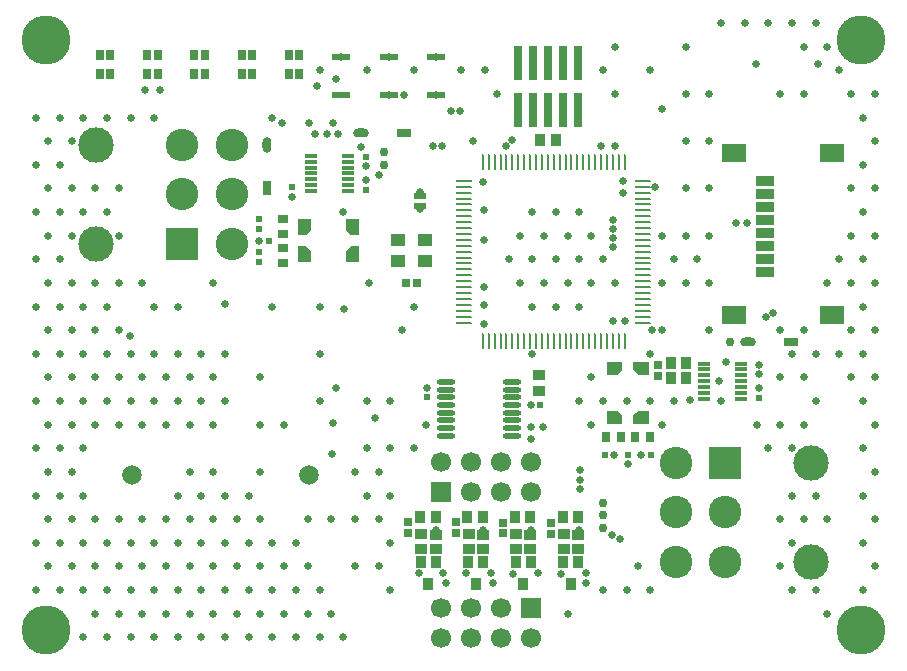
<source format=gts>
G04*
G04 #@! TF.GenerationSoftware,Altium Limited,Altium Designer,24.2.2 (26)*
G04*
G04 Layer_Color=8388736*
%FSLAX44Y44*%
%MOMM*%
G71*
G04*
G04 #@! TF.SameCoordinates,E4E63788-C9BD-4034-8D98-A8616A57BAF2*
G04*
G04*
G04 #@! TF.FilePolarity,Negative*
G04*
G01*
G75*
%ADD21R,1.3082X0.7621*%
G04:AMPARAMS|DCode=22|XSize=1.3082mm|YSize=0.7621mm|CornerRadius=0.3811mm|HoleSize=0mm|Usage=FLASHONLY|Rotation=180.000|XOffset=0mm|YOffset=0mm|HoleType=Round|Shape=RoundedRectangle|*
%AMROUNDEDRECTD22*
21,1,1.3082,0.0000,0,0,180.0*
21,1,0.5461,0.7621,0,0,180.0*
1,1,0.7621,-0.2730,0.0000*
1,1,0.7621,0.2730,0.0000*
1,1,0.7621,0.2730,0.0000*
1,1,0.7621,-0.2730,0.0000*
%
%ADD22ROUNDEDRECTD22*%
%ADD24R,0.9779X0.3048*%
%ADD30R,1.5000X0.5500*%
%ADD36R,0.5200X0.5200*%
%ADD37R,0.5200X0.5200*%
G04:AMPARAMS|DCode=38|XSize=1.3082mm|YSize=0.7621mm|CornerRadius=0.3811mm|HoleSize=0mm|Usage=FLASHONLY|Rotation=90.000|XOffset=0mm|YOffset=0mm|HoleType=Round|Shape=RoundedRectangle|*
%AMROUNDEDRECTD38*
21,1,1.3082,0.0000,0,0,90.0*
21,1,0.5461,0.7621,0,0,90.0*
1,1,0.7621,0.0000,0.2730*
1,1,0.7621,0.0000,-0.2730*
1,1,0.7621,0.0000,-0.2730*
1,1,0.7621,0.0000,0.2730*
%
%ADD38ROUNDEDRECTD38*%
%ADD39R,0.7621X1.3082*%
%ADD40R,0.8621X0.7565*%
G04:AMPARAMS|DCode=41|XSize=0.2125mm|YSize=1.3552mm|CornerRadius=0.1062mm|HoleSize=0mm|Usage=FLASHONLY|Rotation=0.000|XOffset=0mm|YOffset=0mm|HoleType=Round|Shape=RoundedRectangle|*
%AMROUNDEDRECTD41*
21,1,0.2125,1.1428,0,0,0.0*
21,1,0.0000,1.3552,0,0,0.0*
1,1,0.2125,0.0000,-0.5714*
1,1,0.2125,0.0000,-0.5714*
1,1,0.2125,0.0000,0.5714*
1,1,0.2125,0.0000,0.5714*
%
%ADD41ROUNDEDRECTD41*%
G04:AMPARAMS|DCode=42|XSize=1.3552mm|YSize=0.2125mm|CornerRadius=0.1062mm|HoleSize=0mm|Usage=FLASHONLY|Rotation=0.000|XOffset=0mm|YOffset=0mm|HoleType=Round|Shape=RoundedRectangle|*
%AMROUNDEDRECTD42*
21,1,1.3552,0.0000,0,0,0.0*
21,1,1.1428,0.2125,0,0,0.0*
1,1,0.2125,0.5714,0.0000*
1,1,0.2125,-0.5714,0.0000*
1,1,0.2125,-0.5714,0.0000*
1,1,0.2125,0.5714,0.0000*
%
%ADD42ROUNDEDRECTD42*%
%ADD43R,1.3552X0.2125*%
%ADD44C,0.9698*%
%ADD45C,0.9900*%
%ADD46R,1.3000X1.0500*%
%ADD47R,1.1400X0.5750*%
%ADD48R,0.7565X0.8621*%
%ADD50C,0.7500*%
%ADD51R,0.9000X1.0000*%
%ADD52R,1.0000X0.8500*%
%ADD53R,1.0000X0.9000*%
%ADD54R,0.8500X1.0500*%
%ADD55R,0.7000X0.7000*%
%ADD56R,0.6500X0.9500*%
%ADD57R,1.6500X0.9500*%
%ADD58R,2.1500X1.6000*%
%ADD59R,0.7000X0.7000*%
%ADD60O,1.5500X0.5000*%
%ADD61R,1.1000X0.9500*%
%ADD62R,0.8500X1.0000*%
%ADD63R,1.7000X1.7000*%
%ADD64C,1.7000*%
%ADD65C,1.6580*%
%ADD66R,0.8000X2.9200*%
%ADD67C,3.0000*%
%ADD68R,2.7500X2.7500*%
%ADD69C,2.7500*%
%ADD70C,0.6500*%
%ADD71C,4.1500*%
G36*
X254150Y340500D02*
Y332000D01*
X243150D01*
Y345500D01*
X250150D01*
X254150Y340500D01*
D02*
G37*
G36*
Y359500D02*
X250150Y354500D01*
X243150D01*
Y368000D01*
X254150D01*
Y359500D01*
D02*
G37*
G36*
X295150Y332000D02*
X284150D01*
Y340500D01*
X288150Y345500D01*
X295150D01*
Y332000D01*
D02*
G37*
G36*
Y354500D02*
X288150D01*
X284150Y359500D01*
Y368000D01*
X295150D01*
Y354500D01*
D02*
G37*
G36*
X518000Y202250D02*
Y195250D01*
X504500D01*
Y206250D01*
X513000D01*
X518000Y202250D01*
D02*
G37*
G36*
X540500Y195250D02*
X527000D01*
Y202250D01*
X532000Y206250D01*
X540500D01*
Y195250D01*
D02*
G37*
G36*
X518000Y240250D02*
X513000Y236250D01*
X504500D01*
Y247250D01*
X518000D01*
Y240250D01*
D02*
G37*
G36*
X540500Y236250D02*
X532000D01*
X527000Y240250D01*
Y247250D01*
X540500D01*
Y236250D01*
D02*
G37*
D21*
X332750Y441000D02*
D03*
X660750Y264000D02*
D03*
D22*
X296250Y441000D02*
D03*
X624250Y264000D02*
D03*
D24*
X254470Y391955D02*
D03*
Y396956D02*
D03*
Y401958D02*
D03*
Y406959D02*
D03*
Y411960D02*
D03*
Y416961D02*
D03*
Y421963D02*
D03*
X285331D02*
D03*
Y416961D02*
D03*
Y411960D02*
D03*
Y406959D02*
D03*
Y401958D02*
D03*
Y396956D02*
D03*
Y391955D02*
D03*
X617935Y215997D02*
D03*
Y220998D02*
D03*
Y226000D02*
D03*
Y231001D02*
D03*
Y236002D02*
D03*
Y241004D02*
D03*
Y246005D02*
D03*
X587074D02*
D03*
Y241004D02*
D03*
Y236002D02*
D03*
Y231001D02*
D03*
Y226000D02*
D03*
Y220998D02*
D03*
Y215997D02*
D03*
D30*
X280000Y473000D02*
D03*
Y505500D02*
D03*
X320000Y473000D02*
D03*
Y505500D02*
D03*
X360000Y473000D02*
D03*
Y505500D02*
D03*
D36*
X352250Y217500D02*
D03*
Y225500D02*
D03*
X210400Y360168D02*
D03*
Y368168D02*
D03*
X301250Y401000D02*
D03*
Y393000D02*
D03*
X238500Y395250D02*
D03*
Y387250D02*
D03*
X301250Y413000D02*
D03*
Y421000D02*
D03*
X210650Y332168D02*
D03*
Y340168D02*
D03*
X633750Y225000D02*
D03*
Y217000D02*
D03*
Y237000D02*
D03*
Y245000D02*
D03*
X522500Y160750D02*
D03*
Y168750D02*
D03*
D37*
X448500Y211000D02*
D03*
X440500D02*
D03*
X210650Y350168D02*
D03*
X218650D02*
D03*
X511000Y168500D02*
D03*
X503000D02*
D03*
X542000Y168250D02*
D03*
X534000D02*
D03*
D38*
X216750Y431250D02*
D03*
D39*
Y394750D02*
D03*
D40*
X230400Y355659D02*
D03*
Y368676D02*
D03*
Y331159D02*
D03*
Y344176D02*
D03*
D41*
X399750Y416505D02*
D03*
X404750D02*
D03*
X409750D02*
D03*
X414750D02*
D03*
X419750D02*
D03*
X424750D02*
D03*
X429750D02*
D03*
X434750D02*
D03*
X439750D02*
D03*
X444750D02*
D03*
X449750D02*
D03*
X454750D02*
D03*
X459750D02*
D03*
X464750D02*
D03*
X469750D02*
D03*
X474750D02*
D03*
X479750D02*
D03*
X484750D02*
D03*
X489750D02*
D03*
X494750D02*
D03*
X499750D02*
D03*
X504750D02*
D03*
X509750D02*
D03*
X514750D02*
D03*
X519750D02*
D03*
Y264995D02*
D03*
X514750D02*
D03*
X509750D02*
D03*
X504750D02*
D03*
X499750D02*
D03*
X494750D02*
D03*
X489750D02*
D03*
X484750D02*
D03*
X479750D02*
D03*
X474750D02*
D03*
X469750D02*
D03*
X464750D02*
D03*
X459750D02*
D03*
X454750D02*
D03*
X449750D02*
D03*
X444750D02*
D03*
X439750D02*
D03*
X434750D02*
D03*
X429750D02*
D03*
X424750D02*
D03*
X419750D02*
D03*
X414750D02*
D03*
X409750D02*
D03*
X404750D02*
D03*
X399750D02*
D03*
D42*
X535505Y400750D02*
D03*
Y395750D02*
D03*
Y390750D02*
D03*
Y385750D02*
D03*
Y380750D02*
D03*
Y375750D02*
D03*
Y370750D02*
D03*
Y365750D02*
D03*
Y360750D02*
D03*
Y355750D02*
D03*
Y350750D02*
D03*
Y345750D02*
D03*
Y340750D02*
D03*
Y335750D02*
D03*
Y330750D02*
D03*
Y325750D02*
D03*
Y320750D02*
D03*
Y315750D02*
D03*
Y310750D02*
D03*
Y305750D02*
D03*
Y300750D02*
D03*
Y295750D02*
D03*
Y290750D02*
D03*
Y285750D02*
D03*
Y280750D02*
D03*
X383995D02*
D03*
Y285750D02*
D03*
Y290750D02*
D03*
Y295750D02*
D03*
Y300750D02*
D03*
Y305750D02*
D03*
Y310750D02*
D03*
Y315750D02*
D03*
Y320750D02*
D03*
Y325750D02*
D03*
Y330750D02*
D03*
Y335750D02*
D03*
Y340750D02*
D03*
Y345750D02*
D03*
Y350750D02*
D03*
Y355750D02*
D03*
Y360750D02*
D03*
Y365750D02*
D03*
Y370750D02*
D03*
Y375750D02*
D03*
Y380750D02*
D03*
Y385750D02*
D03*
Y390750D02*
D03*
Y395750D02*
D03*
D43*
Y400750D02*
D03*
D44*
X248650Y361250D02*
D03*
X289650D02*
D03*
X511250Y200750D02*
D03*
Y241750D02*
D03*
D45*
X289650Y337500D02*
D03*
X248650D02*
D03*
X535000Y241750D02*
D03*
Y200750D02*
D03*
D46*
X327750Y350365D02*
D03*
X350750D02*
D03*
Y332865D02*
D03*
X327750D02*
D03*
D47*
X346550Y379776D02*
D03*
Y388026D02*
D03*
D48*
X516759Y183500D02*
D03*
X503741D02*
D03*
X541259D02*
D03*
X528241D02*
D03*
D50*
X316000Y424750D02*
D03*
X501250Y128000D02*
D03*
Y107000D02*
D03*
Y117500D02*
D03*
X316000Y414000D02*
D03*
X608750Y264000D02*
D03*
D51*
X448300Y435250D02*
D03*
X461300D02*
D03*
X440000Y116500D02*
D03*
X427000D02*
D03*
X359750D02*
D03*
X346750D02*
D03*
X386750D02*
D03*
X399750D02*
D03*
X467250D02*
D03*
X480250D02*
D03*
X571750Y233750D02*
D03*
X558750D02*
D03*
D52*
X440000Y88695D02*
D03*
Y101195D02*
D03*
X359750Y88750D02*
D03*
Y101250D02*
D03*
X399750D02*
D03*
Y88750D02*
D03*
X480250Y101250D02*
D03*
Y88750D02*
D03*
D53*
X428000Y88945D02*
D03*
Y101945D02*
D03*
X347750Y89000D02*
D03*
Y102000D02*
D03*
X387750D02*
D03*
Y89000D02*
D03*
X468250Y102000D02*
D03*
Y89000D02*
D03*
D54*
X440500Y77945D02*
D03*
X427500D02*
D03*
X434000Y58945D02*
D03*
X360250Y78000D02*
D03*
X347250D02*
D03*
X353750Y59000D02*
D03*
X393750D02*
D03*
X387250Y78000D02*
D03*
X400250D02*
D03*
X474250Y59000D02*
D03*
X467750Y78000D02*
D03*
X480750D02*
D03*
D55*
X417000Y102195D02*
D03*
Y111195D02*
D03*
X336750Y102750D02*
D03*
Y111750D02*
D03*
X376750Y111750D02*
D03*
Y102750D02*
D03*
X457250Y111000D02*
D03*
Y102000D02*
D03*
X548250Y244500D02*
D03*
Y235500D02*
D03*
D56*
X155500Y491250D02*
D03*
Y507250D02*
D03*
X164500Y491250D02*
D03*
Y507250D02*
D03*
X195500Y491250D02*
D03*
Y507250D02*
D03*
X204500Y491250D02*
D03*
Y507250D02*
D03*
X235500Y491250D02*
D03*
Y507250D02*
D03*
X244500Y491250D02*
D03*
Y507250D02*
D03*
X115500Y491250D02*
D03*
Y507250D02*
D03*
X124500Y491250D02*
D03*
Y507250D02*
D03*
X75500Y491250D02*
D03*
Y507250D02*
D03*
X84500Y491250D02*
D03*
Y507250D02*
D03*
D57*
X638750Y400481D02*
D03*
Y389481D02*
D03*
Y378481D02*
D03*
Y367481D02*
D03*
Y356481D02*
D03*
Y345481D02*
D03*
Y334481D02*
D03*
Y323481D02*
D03*
D58*
X612750Y286781D02*
D03*
Y424281D02*
D03*
X695750Y286781D02*
D03*
Y424281D02*
D03*
D59*
X343750Y314615D02*
D03*
X334750D02*
D03*
D60*
X424250Y185000D02*
D03*
Y191500D02*
D03*
Y198000D02*
D03*
Y204500D02*
D03*
Y211000D02*
D03*
Y217500D02*
D03*
Y224000D02*
D03*
Y230500D02*
D03*
X368250Y185000D02*
D03*
Y191500D02*
D03*
Y198000D02*
D03*
Y204500D02*
D03*
Y211000D02*
D03*
Y217500D02*
D03*
Y224000D02*
D03*
Y230500D02*
D03*
D61*
X447000Y236500D02*
D03*
Y223000D02*
D03*
D62*
X571500Y246250D02*
D03*
X559000D02*
D03*
D63*
X364650Y137300D02*
D03*
X440900Y38750D02*
D03*
D64*
X364650Y162700D02*
D03*
X390050Y137300D02*
D03*
X415450D02*
D03*
X390050Y162700D02*
D03*
X415450D02*
D03*
X440850Y137300D02*
D03*
Y162700D02*
D03*
X364700Y13350D02*
D03*
Y38750D02*
D03*
X390100Y13350D02*
D03*
X415500D02*
D03*
X390100Y38750D02*
D03*
X415500D02*
D03*
X440900Y13350D02*
D03*
D65*
X252750Y151750D02*
D03*
X102750D02*
D03*
D66*
X480200Y500800D02*
D03*
X467500D02*
D03*
X454800D02*
D03*
X442100D02*
D03*
X429400D02*
D03*
X480200Y460500D02*
D03*
X467500D02*
D03*
X454800D02*
D03*
X442100D02*
D03*
X429400D02*
D03*
D67*
X72000Y347250D02*
D03*
Y431250D02*
D03*
X678000Y78000D02*
D03*
Y162000D02*
D03*
D68*
X145000Y347250D02*
D03*
X605000Y162000D02*
D03*
D69*
X145000Y389250D02*
D03*
Y431250D02*
D03*
X187000Y347250D02*
D03*
Y389250D02*
D03*
Y431250D02*
D03*
X563000Y78000D02*
D03*
Y120000D02*
D03*
Y162000D02*
D03*
X605000Y78000D02*
D03*
Y120000D02*
D03*
D70*
X411500Y474251D02*
D03*
X501500Y494251D02*
D03*
X511500Y474251D02*
D03*
X401500Y494251D02*
D03*
X721500Y294251D02*
D03*
X731500Y314251D02*
D03*
X711500D02*
D03*
X691500D02*
D03*
X701500Y334251D02*
D03*
X721500D02*
D03*
X711500Y354251D02*
D03*
X731500D02*
D03*
X721500Y374251D02*
D03*
X711500Y394251D02*
D03*
X731500D02*
D03*
X721500Y414251D02*
D03*
X591501Y394251D02*
D03*
Y354251D02*
D03*
X508770Y100520D02*
D03*
X515500Y97250D02*
D03*
X501250Y128000D02*
D03*
X731500Y474251D02*
D03*
X721500Y454251D02*
D03*
X731500Y434251D02*
D03*
Y274251D02*
D03*
X721500Y254251D02*
D03*
X731500Y234251D02*
D03*
X721500Y214251D02*
D03*
X731500Y194251D02*
D03*
X721500Y174251D02*
D03*
X731500Y154250D02*
D03*
X721500Y134250D02*
D03*
X731500Y114250D02*
D03*
X721500Y94250D02*
D03*
X731500Y74250D02*
D03*
X721500Y54250D02*
D03*
X701500Y494251D02*
D03*
X711500Y474251D02*
D03*
Y274251D02*
D03*
X701500Y254251D02*
D03*
X711500Y234251D02*
D03*
X681500Y534251D02*
D03*
X691500Y514251D02*
D03*
X681500Y254251D02*
D03*
Y214251D02*
D03*
Y134250D02*
D03*
X691500Y114250D02*
D03*
X681500Y54250D02*
D03*
X691500Y34250D02*
D03*
X661500Y534251D02*
D03*
X671500Y514251D02*
D03*
Y474251D02*
D03*
Y274251D02*
D03*
X661500Y254251D02*
D03*
X671500Y234251D02*
D03*
Y194251D02*
D03*
X661500Y174251D02*
D03*
Y134250D02*
D03*
X671500Y114250D02*
D03*
X661500Y94250D02*
D03*
Y54250D02*
D03*
X641500Y534251D02*
D03*
X651500Y474251D02*
D03*
Y274251D02*
D03*
Y234251D02*
D03*
Y194251D02*
D03*
X641500Y174251D02*
D03*
X651500Y114250D02*
D03*
Y74250D02*
D03*
X621501Y534251D02*
D03*
X631501Y194251D02*
D03*
X601501Y534251D02*
D03*
Y214251D02*
D03*
X591501Y474251D02*
D03*
Y434251D02*
D03*
X581501Y334251D02*
D03*
X591501Y314251D02*
D03*
Y274251D02*
D03*
X571501Y514251D02*
D03*
Y474251D02*
D03*
Y434251D02*
D03*
Y394251D02*
D03*
Y354251D02*
D03*
X561501Y334251D02*
D03*
X571501Y314251D02*
D03*
X561501Y214251D02*
D03*
X541500Y494251D02*
D03*
X551500Y354251D02*
D03*
Y314251D02*
D03*
Y274251D02*
D03*
X541500Y254251D02*
D03*
Y214251D02*
D03*
X551500Y194251D02*
D03*
X541500Y54250D02*
D03*
X521500Y214251D02*
D03*
X531500Y74250D02*
D03*
X521500Y54250D02*
D03*
X511500Y514251D02*
D03*
X501500Y334251D02*
D03*
X511500Y314251D02*
D03*
X501500Y214251D02*
D03*
Y54250D02*
D03*
X481500Y374251D02*
D03*
X491500Y354251D02*
D03*
X481500Y334251D02*
D03*
X491500Y314251D02*
D03*
X481500Y294251D02*
D03*
X491500Y234251D02*
D03*
X481500Y214251D02*
D03*
X491500Y194251D02*
D03*
X461500Y374251D02*
D03*
X471500Y354251D02*
D03*
X461500Y334251D02*
D03*
X471500Y314251D02*
D03*
X461500Y294251D02*
D03*
X471500Y34250D02*
D03*
X441500Y374251D02*
D03*
X451500Y354251D02*
D03*
X441500Y334251D02*
D03*
X451500Y314251D02*
D03*
X441500Y294251D02*
D03*
Y254251D02*
D03*
X431500Y354251D02*
D03*
X421500Y334251D02*
D03*
X431500Y314251D02*
D03*
X381500Y494251D02*
D03*
X391500Y434251D02*
D03*
X341500Y494251D02*
D03*
Y294251D02*
D03*
X351500Y194251D02*
D03*
X341500Y174251D02*
D03*
X331500Y274251D02*
D03*
X321500Y214251D02*
D03*
Y174251D02*
D03*
Y134250D02*
D03*
Y94250D02*
D03*
Y54250D02*
D03*
X301500Y494251D02*
D03*
Y214251D02*
D03*
Y174251D02*
D03*
X311500Y154250D02*
D03*
X301500Y134250D02*
D03*
X311500Y114250D02*
D03*
Y74250D02*
D03*
X281500Y374251D02*
D03*
X291500Y154250D02*
D03*
Y114250D02*
D03*
Y74250D02*
D03*
X281500Y14250D02*
D03*
X261500Y494251D02*
D03*
Y294251D02*
D03*
Y254251D02*
D03*
Y214251D02*
D03*
X271500Y114250D02*
D03*
X261500Y54250D02*
D03*
X271500Y34250D02*
D03*
X261500Y14250D02*
D03*
X251500Y114250D02*
D03*
X241500Y94250D02*
D03*
X251500Y74250D02*
D03*
X241500Y54250D02*
D03*
X251500Y34250D02*
D03*
X241500Y14250D02*
D03*
X221500Y454251D02*
D03*
Y294251D02*
D03*
X231500Y194251D02*
D03*
X221500Y94250D02*
D03*
X231500Y74250D02*
D03*
X221500Y54250D02*
D03*
X231500Y34250D02*
D03*
X221500Y14250D02*
D03*
X211500Y234251D02*
D03*
Y194251D02*
D03*
Y154250D02*
D03*
X201500Y134250D02*
D03*
X211500Y114250D02*
D03*
X201500Y94250D02*
D03*
X211500Y74250D02*
D03*
X201500Y54250D02*
D03*
X211500Y34250D02*
D03*
X201500Y14250D02*
D03*
X181500Y254251D02*
D03*
Y214251D02*
D03*
Y134250D02*
D03*
X191500Y114250D02*
D03*
X181500Y94250D02*
D03*
X191500Y74250D02*
D03*
X181500Y54250D02*
D03*
X191500Y34250D02*
D03*
X181500Y14250D02*
D03*
X171500Y314251D02*
D03*
X161500Y254251D02*
D03*
X171500Y234251D02*
D03*
X161500Y214251D02*
D03*
X171500Y194251D02*
D03*
Y154250D02*
D03*
X161500Y134250D02*
D03*
X171500Y114250D02*
D03*
X161500Y94250D02*
D03*
X171500Y74250D02*
D03*
X161500Y54250D02*
D03*
X171500Y34250D02*
D03*
X161500Y14250D02*
D03*
X141500Y294251D02*
D03*
Y254251D02*
D03*
X151500Y234251D02*
D03*
X141500Y214251D02*
D03*
X151500Y194251D02*
D03*
Y154250D02*
D03*
X141500Y134250D02*
D03*
X151500Y114250D02*
D03*
X141500Y94250D02*
D03*
X151500Y74250D02*
D03*
X141500Y54250D02*
D03*
X151500Y34250D02*
D03*
X141500Y14250D02*
D03*
X121500Y454251D02*
D03*
Y294251D02*
D03*
Y254251D02*
D03*
X131500Y234251D02*
D03*
X121500Y214251D02*
D03*
X131500Y194251D02*
D03*
Y114250D02*
D03*
X121500Y94250D02*
D03*
X131500Y74250D02*
D03*
X121500Y54250D02*
D03*
X131500Y34250D02*
D03*
X121500Y14250D02*
D03*
X101500Y454251D02*
D03*
X111500Y314251D02*
D03*
X101500Y254251D02*
D03*
X111500Y234251D02*
D03*
X101500Y214251D02*
D03*
X111500Y194251D02*
D03*
Y114250D02*
D03*
X101500Y94250D02*
D03*
X111500Y74250D02*
D03*
X101500Y54250D02*
D03*
X111500Y34250D02*
D03*
X101500Y14250D02*
D03*
X81500Y454251D02*
D03*
X91500Y394251D02*
D03*
X81500Y374251D02*
D03*
X91500Y354251D02*
D03*
Y314251D02*
D03*
X81500Y294251D02*
D03*
X91500Y274251D02*
D03*
X81500Y254251D02*
D03*
X91500Y234251D02*
D03*
X81500Y214251D02*
D03*
X91500Y194251D02*
D03*
Y114250D02*
D03*
X81500Y94250D02*
D03*
X91500Y74250D02*
D03*
X81500Y54250D02*
D03*
X91500Y34250D02*
D03*
X81500Y14250D02*
D03*
X61500Y454251D02*
D03*
X71500Y394251D02*
D03*
X61500Y374251D02*
D03*
X71500Y314251D02*
D03*
X61500Y294251D02*
D03*
X71500Y274251D02*
D03*
X61500Y254251D02*
D03*
X71500Y234251D02*
D03*
X61500Y214251D02*
D03*
X71500Y194251D02*
D03*
X61500Y174251D02*
D03*
Y134250D02*
D03*
X71500Y114250D02*
D03*
X61500Y94250D02*
D03*
X71500Y74250D02*
D03*
X61500Y54250D02*
D03*
X71500Y34250D02*
D03*
X61500Y14250D02*
D03*
X41500Y454251D02*
D03*
X51500Y434251D02*
D03*
X41500Y414251D02*
D03*
X51500Y394251D02*
D03*
X41500Y374251D02*
D03*
X51500Y354251D02*
D03*
X41500Y334251D02*
D03*
X51500Y314251D02*
D03*
X41500Y294251D02*
D03*
X51500Y274251D02*
D03*
X41500Y254251D02*
D03*
X51500Y234251D02*
D03*
X41500Y214251D02*
D03*
X51500Y194251D02*
D03*
X41500Y174251D02*
D03*
X51500Y154250D02*
D03*
X41500Y134250D02*
D03*
X51500Y114250D02*
D03*
X41500Y94250D02*
D03*
X51500Y74250D02*
D03*
X41500Y54250D02*
D03*
X21500Y454251D02*
D03*
X31500Y434251D02*
D03*
X21500Y414251D02*
D03*
X31500Y394251D02*
D03*
X21500Y374251D02*
D03*
X31500Y354251D02*
D03*
X21500Y334251D02*
D03*
X31500Y314251D02*
D03*
X21500Y294251D02*
D03*
X31500Y274251D02*
D03*
X21500Y254251D02*
D03*
X31500Y234251D02*
D03*
X21500Y214251D02*
D03*
X31500Y194251D02*
D03*
X21500Y174251D02*
D03*
X31500Y154250D02*
D03*
X21500Y134250D02*
D03*
X31500Y114250D02*
D03*
X21500Y94250D02*
D03*
X31500Y74250D02*
D03*
X21500Y54250D02*
D03*
X312000Y406000D02*
D03*
X316000Y424750D02*
D03*
X296250Y429517D02*
D03*
X372500Y460000D02*
D03*
X380000D02*
D03*
X259250Y481000D02*
D03*
X545250Y395750D02*
D03*
X181750Y296750D02*
D03*
X482000Y155750D02*
D03*
Y147750D02*
D03*
Y139750D02*
D03*
X350750Y332865D02*
D03*
X327750Y350365D02*
D03*
X345500Y69000D02*
D03*
X385250Y68750D02*
D03*
X466000Y67750D02*
D03*
X425250Y68250D02*
D03*
X368250Y60250D02*
D03*
X487500D02*
D03*
X408000D02*
D03*
X605750Y247250D02*
D03*
X481000Y104750D02*
D03*
X551750Y461500D02*
D03*
X683750Y499600D02*
D03*
X631250D02*
D03*
X645750Y289000D02*
D03*
X639250Y285750D02*
D03*
X204500Y507250D02*
D03*
X195500D02*
D03*
X164500Y507250D02*
D03*
X155500D02*
D03*
X512000Y430250D02*
D03*
X499750D02*
D03*
X101250Y269750D02*
D03*
X424750Y435000D02*
D03*
X419750Y430000D02*
D03*
X448750Y435500D02*
D03*
X480200Y460500D02*
D03*
X429400D02*
D03*
X467500Y500800D02*
D03*
Y460500D02*
D03*
X454800D02*
D03*
X480200Y500800D02*
D03*
X454800D02*
D03*
X440500Y192500D02*
D03*
X450750D02*
D03*
X126645Y477750D02*
D03*
X113395D02*
D03*
X303000Y314615D02*
D03*
X275750Y225250D02*
D03*
X272250Y169250D02*
D03*
X272750Y196000D02*
D03*
X308500Y200000D02*
D03*
X301250Y401000D02*
D03*
X257500Y440000D02*
D03*
X252500Y450000D02*
D03*
X229500D02*
D03*
X238500Y387250D02*
D03*
X267500Y440000D02*
D03*
X277500D02*
D03*
X357500Y430000D02*
D03*
X365000D02*
D03*
X272500Y450000D02*
D03*
X301250Y413000D02*
D03*
X275500Y487000D02*
D03*
X333000Y473000D02*
D03*
X75500Y507250D02*
D03*
X84500D02*
D03*
X115500Y507250D02*
D03*
X124500D02*
D03*
X633750Y237000D02*
D03*
X614250Y365000D02*
D03*
X510000Y352500D02*
D03*
X638750Y345481D02*
D03*
X623000Y365000D02*
D03*
X510000Y367500D02*
D03*
Y360000D02*
D03*
Y345000D02*
D03*
X282500Y292250D02*
D03*
X633750Y245000D02*
D03*
Y225000D02*
D03*
X600000Y231001D02*
D03*
X543250Y274250D02*
D03*
X575000Y215000D02*
D03*
X534000Y168250D02*
D03*
X511000Y168500D02*
D03*
X522500Y160750D02*
D03*
X440578Y104984D02*
D03*
X386750Y116500D02*
D03*
X400205Y105015D02*
D03*
X399750Y116500D02*
D03*
X427000D02*
D03*
X440000D02*
D03*
X480250D02*
D03*
X467250D02*
D03*
X440500Y182500D02*
D03*
X446500Y68445D02*
D03*
X486750Y68500D02*
D03*
X406250D02*
D03*
X366250Y68500D02*
D03*
X359750Y104750D02*
D03*
X359750Y116500D02*
D03*
X346750D02*
D03*
X638750Y323481D02*
D03*
Y367481D02*
D03*
Y389481D02*
D03*
Y356481D02*
D03*
X346550Y376900D02*
D03*
Y390900D02*
D03*
X327750Y332865D02*
D03*
X350750Y350365D02*
D03*
X210650Y350168D02*
D03*
X244500Y491250D02*
D03*
X115500D02*
D03*
X235500D02*
D03*
X195500D02*
D03*
X124500D02*
D03*
X164500Y491250D02*
D03*
X155500D02*
D03*
X204500Y491250D02*
D03*
X320000Y473000D02*
D03*
X360000D02*
D03*
X84500Y491250D02*
D03*
X280000Y505500D02*
D03*
X320000D02*
D03*
X360000D02*
D03*
X75500Y491250D02*
D03*
X440500Y211000D02*
D03*
X447000Y236500D02*
D03*
X352250Y225500D02*
D03*
X343750Y314615D02*
D03*
X548250Y235500D02*
D03*
X571750Y233750D02*
D03*
X399750Y399730D02*
D03*
X400750Y279750D02*
D03*
X400770Y295750D02*
D03*
Y310750D02*
D03*
Y350750D02*
D03*
Y375750D02*
D03*
X518730Y400750D02*
D03*
Y390750D02*
D03*
X519750Y281770D02*
D03*
X509750D02*
D03*
D71*
X30000Y520000D02*
D03*
X720000Y20000D02*
D03*
X30000D02*
D03*
X720000Y520000D02*
D03*
M02*

</source>
